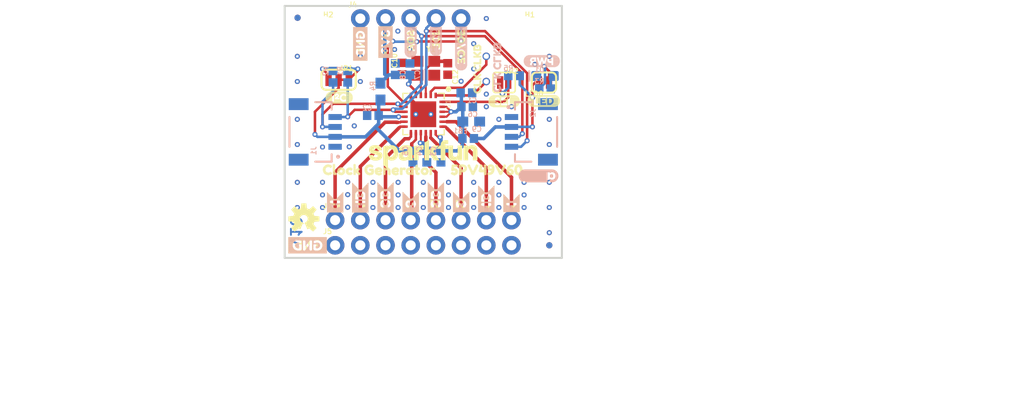
<source format=kicad_pcb>
(kicad_pcb (version 20211014) (generator pcbnew)
  (layers (0 "F.Cu" signal) (31 "B.Cu" signal) (34 "B.Paste" user) (35 "F.Paste" user) (36 "B.SilkS" user "B.Silkscreen") (37 "F.SilkS" user "F.Silkscreen") (38 "B.Mask" user) (39 "F.Mask" user) (44 "Edge.Cuts" user))
  (net 0 "")
  (net 1 "GND")
  (net 2 "3.3V")
  (net 3 "SEL1/SDA")
  (net 4 "SEL0/SCL")
  (net 5 "OUT1")
  (net 6 "OUT1B")
  (net 7 "OUT2")
  (net 8 "OUT2B")
  (net 9 "OUT3")
  (net 10 "OUT3B")
  (net 11 "OUT4")
  (net 12 "OUT4B")
  (net 13 "SD/OE")
  (net 14 "CLKIN")
  (net 15 "CLKINB")
  (net 16 "N$1")
  (net 17 "N$3")
  (net 18 "N$6")
  (net 19 "N$2")
  (net 20 "N$4")
  (net 21 "N$5")
  (net 22 "SEL_I2CB")
  (net 23 "N$7")
  (footprint "boardEagle:SMT-JUMPER_2_NC_TRACE_SILK" (layer "F.Cu") (at 160.6677 100.0252 180)
    (fp_text reference "LED0")
    (fp_text value "JUMPER-SMT_2_NC_TRACE_SILK")
  )
  (footprint "boardEagle:3V3-03" (layer "F.Cu") (at 144.6911 97.9932 90)
    (fp_text reference "U$2" hide)
    (fp_text value "" hide)
  )
  (footprint "boardEagle:GND-04" (layer "F.Cu") (at 134.4041 116.4336)
    (fp_text reference "U$21" hide)
    (fp_text value "" hide)
  )
  (footprint "boardEagle:I_SUPER2_C-()-03" (layer "F.Cu") (at 138.5951 101.5492)
    (fp_text reference "U$35" hide)
    (fp_text value "" hide)
  )
  (footprint "boardEagle:2B3" (layer "F.Cu") (at 149.7711 113.6142 90)
    (fp_text reference "U$23" hide)
    (fp_text value "" hide)
  )
  (footprint "boardEagle:SMT-JUMPER_3_2-NC_TRACE_SILK" (layer "F.Cu") (at 139.9667 99.7458)
    (fp_text reference "JP1")
    (fp_text value "JUMPER-SMT_3_2-NC_TRACE_SILK")
  )
  (footprint "boardEagle:1X05_NO_SILK" (layer "F.Cu") (at 142.1511 93.5736)
    (fp_text reference "J4")
    (fp_text value "")
  )
  (footprint "boardEagle:CLOCK_GENERATOR0" (layer "F.Cu") (at 137.4521 108.8136)
    (fp_text reference "U$16" hide)
    (fp_text value "" hide)
  )
  (footprint "boardEagle:1X01_SMALL" (layer "F.Cu") (at 154.8511 97.3836)
    (fp_text reference "J7" hide)
    (fp_text value "" hide)
  )
  (footprint "boardEagle:46" (layer "F.Cu") (at 139.6111 113.6396 90)
    (fp_text reference "U$38" hide)
    (fp_text value "" hide)
  )
  (footprint "boardEagle:CRYSTAL-SMD-2X2.5MM" (layer "F.Cu") (at 148.7551 98.5774)
    (fp_text reference "Y1")
    (fp_text value "16MHz" hide)
  )
  (footprint "boardEagle:SMT-JUMPER_2_NO_SILK" (layer "F.Cu") (at 156.6545 100.0252)
    (fp_text reference "JP2")
    (fp_text value "JUMPER-SMT_2_NO_SILK")
  )
  (footprint "boardEagle:1X08_NO_SILK" (layer "F.Cu") (at 139.6111 113.8936)
    (fp_text reference "J3")
    (fp_text value "")
  )
  (footprint "boardEagle:22" (layer "F.Cu") (at 152.3111 113.6142 90)
    (fp_text reference "U$27" hide)
    (fp_text value "" hide)
  )
  (footprint "boardEagle:LED0" (layer "F.Cu") (at 158.9151 101.8794)
    (fp_text reference "U$36" hide)
    (fp_text value "" hide)
  )
  (footprint "boardEagle:10" (layer "F.Cu") (at 157.3911 113.5634 90)
    (fp_text reference "U$26" hide)
    (fp_text value "" hide)
  )
  (footprint "boardEagle:CLKB13" (layer "F.Cu") (at 153.9367 99.6188 90)
    (fp_text reference "U$34" hide)
    (fp_text value "" hide)
  )
  (footprint "boardEagle:4B7" (layer "F.Cu") (at 142.1511 113.6142 90)
    (fp_text reference "U$25" hide)
    (fp_text value "" hide)
  )
  (footprint "boardEagle:SFE_LOGO_NAME_.1" (layer "F.Cu") (at 148.5011 107.2642)
    (fp_text reference "LOGO1" hide)
    (fp_text value "SFE_LOGO_NAME.1_INCH" hide)
  )
  (footprint "boardEagle:FIDUCIAL-MICRO" (layer "F.Cu") (at 135.8265 93.4974)
    (fp_text reference "FD1" hide)
    (fp_text value "FIDUCIALUFIDUCIAL" hide)
  )
  (footprint "boardEagle:SEL0" (layer "F.Cu") (at 154.9781 101.9048)
    (fp_text reference "U$1" hide)
    (fp_text value "" hide)
  )
  (footprint "boardEagle:STAND-OFF-TIGHT" (layer "F.Cu") (at 158.6611 94.8436)
    (fp_text reference "H1")
    (fp_text value "STAND-OFFTIGHT")
  )
  (footprint "boardEagle:SDA11" (layer "F.Cu") (at 147.2311 97.4852 90)
    (fp_text reference "U$5" hide)
    (fp_text value "" hide)
  )
  (footprint "boardEagle:SD#OE12" (layer "F.Cu") (at 152.3111 98.806 90)
    (fp_text reference "U$7" hide)
    (fp_text value "" hide)
  )
  (footprint "boardEagle:FIDUCIAL-MICRO" (layer "F.Cu") (at 161.2011 116.4336)
    (fp_text reference "FD4" hide)
    (fp_text value "FIDUCIALUFIDUCIAL" hide)
  )
  (footprint "boardEagle:GND-03" (layer "F.Cu") (at 142.1511 98.2472 90)
    (fp_text reference "U$3" hide)
    (fp_text value "" hide)
  )
  (footprint "boardEagle:VFQFPN-24" (layer "F.Cu") (at 148.5011 103.2256 -90)
    (fp_text reference "U1")
    (fp_text value "IDT_5P49V60_CLOCK_GENERATOR")
  )
  (footprint "boardEagle:CREATIVE_COMMONS" (layer "F.Cu") (at 126.1491 132.4356)
    (fp_text reference "FRAME1" hide)
    (fp_text value "FRAME-LETTER" hide)
  )
  (footprint "boardEagle:5PV49V601" (layer "F.Cu") (at 150.3553 108.8136)
    (fp_text reference "U$17" hide)
    (fp_text value "" hide)
  )
  (footprint "boardEagle:STAND-OFF-TIGHT" (layer "F.Cu") (at 138.3411 94.8436)
    (fp_text reference "H2")
    (fp_text value "STAND-OFFTIGHT")
  )
  (footprint "boardEagle:1X01_SMALL" (layer "F.Cu") (at 154.8511 99.9236)
    (fp_text reference "J8" hide)
    (fp_text value "" hide)
  )
  (footprint "boardEagle:SCL10" (layer "F.Cu") (at 149.7711 97.282 90)
    (fp_text reference "U$6" hide)
    (fp_text value "" hide)
  )
  (footprint "boardEagle:0402" (layer "F.Cu") (at 146.3675 98.624 90)
    (fp_text reference "C10")
    (fp_text value "12pF")
  )
  (footprint "boardEagle:1B1" (layer "F.Cu") (at 154.8511 113.6142 90)
    (fp_text reference "U$22" hide)
    (fp_text value "" hide)
  )
  (footprint "boardEagle:OSHW-LOGO-S" (layer "F.Cu") (at 136.4615 113.7666)
    (fp_text reference "LOGO2" hide)
    (fp_text value "OSHW-LOGOS" hide)
  )
  (footprint "boardEagle:1X08_NO_SILK" (layer "F.Cu") (at 139.6111 116.4336)
    (fp_text reference "J5")
    (fp_text value "")
  )
  (footprint "boardEagle:3B5" (layer "F.Cu") (at 144.6911 113.6142 90)
    (fp_text reference "U$24" hide)
    (fp_text value "" hide)
  )
  (footprint "boardEagle:34" (layer "F.Cu") (at 147.2311 113.6142 90)
    (fp_text reference "U$37" hide)
    (fp_text value "" hide)
  )
  (footprint "boardEagle:CLK12" (layer "F.Cu") (at 153.9367 101.8286 90)
    (fp_text reference "U$33" hide)
    (fp_text value "" hide)
  )
  (footprint "boardEagle:0402" (layer "F.Cu") (at 150.9649 98.6578 -90)
    (fp_text reference "C12")
    (fp_text value "12pF")
  )
  (footprint "boardEagle:0402" (layer "B.Cu") (at 148.8567 107.4928 -90)
    (fp_text reference "C4")
    (fp_text value "0.1uF")
  )
  (footprint "boardEagle:3B5" (layer "B.Cu") (at 144.6911 113.6142 90)
    (fp_text reference "U$10" hide)
    (fp_text value "" hide)
  )
  (footprint "boardEagle:3V3-03" (layer "B.Cu") (at 144.6911 93.9038 -90)
    (fp_text reference "U$18" hide)
    (fp_text value "" hide)
  )
  (footprint "boardEagle:0402" (layer "B.Cu") (at 139.4079 99.441 -90)
    (fp_text reference "R2")
    (fp_text value "10k")
  )
  (footprint "boardEagle:0402" (layer "B.Cu") (at 147.1549 98.679 90)
    (fp_text reference "C7")
    (fp_text value "0.1uF")
  )
  (footprint "boardEagle:FIDUCIAL-MICRO" (layer "B.Cu") (at 161.2011 116.4336 180)
    (fp_text reference "FD3" hide)
    (fp_text value "FIDUCIALUFIDUCIAL" hide)
  )
  (footprint "boardEagle:0402" (layer "B.Cu") (at 152.8445 101.0666)
    (fp_text reference "C1")
    (fp_text value "0.1uF")
  )
  (footprint "boardEagle:0402" (layer "B.Cu") (at 143.4211 103.3526 180)
    (fp_text reference "C2")
    (fp_text value "0.1uF")
  )
  (footprint "boardEagle:0402" (layer "B.Cu") (at 153.0223 105.664 180)
    (fp_text reference "FB1")
    (fp_text value "FERRITE_BEAD-120_OHM-0402" hide)
  )
  (footprint "boardEagle:JST04_1MM_RA" (layer "B.Cu") (at 157.3911 105.0036 -90)
    (fp_text reference "J2")
    (fp_text value "QWIIC_RIGHT_ANGLE")
  )
  (footprint "boardEagle:34" (layer "B.Cu") (at 147.2311 113.6142 90)
    (fp_text reference "U$11" hide)
    (fp_text value "" hide)
  )
  (footprint "boardEagle:0402" (layer "B.Cu") (at 160.7693 100.6602 180)
    (fp_text reference "R3")
    (fp_text value "1KOHM-0402-1/16W-1%")
  )
  (footprint "boardEagle:SDA0" (layer "B.Cu") (at 147.2311 94.0562 -90)
    (fp_text reference "U$30" hide)
    (fp_text value "" hide)
  )
  (footprint "boardEagle:FIDUCIAL-MICRO" (layer "B.Cu") (at 135.8265 93.4974 180)
    (fp_text reference "FD2" hide)
    (fp_text value "FIDUCIALUFIDUCIAL" hide)
  )
  (footprint "boardEagle:GND-04" (layer "B.Cu") (at 139.2555 116.4336 180)
    (fp_text reference "U$20" hide)
    (fp_text value "" hide)
  )
  (footprint "boardEagle:0402" (layer "B.Cu") (at 152.9207 102.4636)
    (fp_text reference "C6")
    (fp_text value "0.1uF")
  )
  (footprint "boardEagle:PWR-()-03" (layer "B.Cu") (at 162.3187 97.8662 180)
    (fp_text reference "U$4" hide)
    (fp_text value "" hide)
  )
  (footprint "boardEagle:0603" (layer "B.Cu") (at 144.1831 100.9396 -90)
    (fp_text reference "R4")
    (fp_text value "2.2")
  )
  (footprint "boardEagle:0402" (layer "B.Cu") (at 140.8811 99.441 -90)
    (fp_text reference "R1")
    (fp_text value "10k")
  )
  (footprint "boardEagle:4B7" (layer "B.Cu") (at 142.1511 113.6142 90)
    (fp_text reference "U$9" hide)
    (fp_text value "" hide)
  )
  (footprint "boardEagle:2B3" (layer "B.Cu") (at 149.7711 113.6142 90)
    (fp_text reference "U$12" hide)
    (fp_text value "" hide)
  )
  (footprint "boardEagle:JST04_1MM_RA" (layer "B.Cu") (at 139.6111 105.0036 90)
    (fp_text reference "J1")
    (fp_text value "QWIIC_RIGHT_ANGLE")
  )
  (footprint "boardEagle:SD#OE2" (layer "B.Cu") (at 152.3111 94.0308 -90)
    (fp_text reference "U$29" hide)
    (fp_text value "" hide)
  )
  (footprint "boardEagle:0402" (layer "B.Cu") (at 145.6817 98.679 90)
    (fp_text reference "C8")
    (fp_text value "1.0uF")
  )
  (footprint "boardEagle:10" (layer "B.Cu") (at 157.3911 113.5634 90)
    (fp_text reference "U$15" hide)
    (fp_text value "" hide)
  )
  (footprint "boardEagle:QWIIC_4MM" (layer "B.Cu") (at 160.1089 109.4486 180)
    (fp_text reference "LOGO3" hide)
    (fp_text value "QWIIC_LOGO_4MM" hide)
  )
  (footprint "boardEagle:22" (layer "B.Cu") (at 152.3111 113.6142 90)
    (fp_text reference "U$13" hide)
    (fp_text value "" hide)
  )
  (footprint "boardEagle:0603" (layer "B.Cu") (at 153.3271 103.9622)
    (fp_text reference "C9")
    (fp_text value "10uF")
  )
  (footprint "boardEagle:0402" (layer "B.Cu") (at 150.2791 107.4928 -90)
    (fp_text reference "C3")
    (fp_text value "0.1uF")
  )
  (footprint "boardEagle:0402" (layer "B.Cu") (at 147.4597 107.4928 -90)
    (fp_text reference "C5")
    (fp_text value "0.1uF")
  )
  (footprint "boardEagle:CLKB13" (layer "B.Cu") (at 155.9687 99.4156 90)
    (fp_text reference "U$32" hide)
    (fp_text value "" hide)
  )
  (footprint "boardEagle:CLK12" (layer "B.Cu") (at 155.9433 101.7016 90)
    (fp_text reference "U$31" hide)
    (fp_text value "" hide)
  )
  (footprint "boardEagle:0402" (layer "B.Cu") (at 157.6451 99.3394 180)
    (fp_text reference "R5")
    (fp_text value "10k")
  )
  (footprint "boardEagle:LED-0603" (layer "B.Cu") (at 160.7693 99.3648 180)
    (fp_text reference "D1")
    (fp_text value "RED")
  )
  (footprint "boardEagle:GND-03" (layer "B.Cu") (at 142.1511 94.0054 -90)
    (fp_text reference "U$19" hide)
    (fp_text value "" hide)
  )
  (footprint "boardEagle:1B1" (layer "B.Cu") (at 154.8511 113.6142 90)
    (fp_text reference "U$14" hide)
    (fp_text value "" hide)
  )
  (footprint "boardEagle:SCL1" (layer "B.Cu") (at 149.7711 94.0562 -90)
    (fp_text reference "U$28" hide)
    (fp_text value "" hide)
  )
  (footprint "boardEagle:46" (layer "B.Cu") (at 139.6111 113.6396 90)
    (fp_text reference "U$8" hide)
    (fp_text value "" hide)
  )
  (gr_line (start 134.5311 92.3036) (end 134.5311 117.7036) (layer "Edge.Cuts") (width 0.2032))
  (gr_line (start 134.5311 117.7036) (end 162.4711 117.7036) (layer "Edge.Cuts") (width 0.2032))
  (gr_line (start 162.4711 117.7036) (end 162.4711 92.3036) (layer "Edge.Cuts") (width 0.2032))
  (gr_line (start 162.4711 92.3036) (end 134.5311 92.3036) (layer "Edge.Cuts") (width 0.2032))
  (gr_text "v10" (at 135.0137 116.5352 -90) (layer "B.Cu") (effects (font (size 1.0795 1.0795) (thickness 0.1905)) (justify left bottom mirror)))
  (segment (start 147.2511 101.6708) (end 147.2511 101.3256) (width 0.254) (layer "F.Cu") (net 1))
  (segment (start 148.5011 102.9208) (end 147.2511 101.6708) (width 0.254) (layer "F.Cu") (net 1))
  (segment (start 148.5011 103.2256) (end 148.5011 102.9208) (width 0.254) (layer "F.Cu") (net 1))
  (via (at 135.8011 112.6236) (size 0.508) (drill 0.254) (layers "F.Cu" "B.Cu") (net 1))
  (via (at 149.2631 103.2256) (size 0.508) (drill 0.254) (layers "F.Cu" "B.Cu") (net 1))
  (via (at 161.2011 103.7336) (size 0.508) (drill 0.254) (layers "F.Cu" "B.Cu") (net 1))
  (via (at 153.5811 110.0836) (size 0.508) (drill 0.254) (layers "F.Cu" "B.Cu") (net 1))
  (via (at 159.7533 98.1964) (size 0.508) (drill 0.254) (layers "F.Cu" "B.Cu") (net 1))
  (via (at 135.8011 106.2736) (size 0.508) (drill 0.254) (layers "F.Cu" "B.Cu") (net 1))
  (via (at 145.9611 112.6236) (size 0.508) (drill 0.254) (layers "F.Cu" "B.Cu") (net 1))
  (via (at 161.2011 112.6236) (size 0.508) (drill 0.254) (layers "F.Cu" "B.Cu") (net 1))
  (via (at 148.5011 110.0836) (size 0.508) (drill 0.254) (layers "F.Cu" "B.Cu") (net 1))
  (via (at 140.8811 110.0582) (size 0.508) (drill 0.254) (layers "F.Cu" "B.Cu") (net 1))
  (via (at 135.8011 110.0836) (size 0.508) (drill 0.254) (layers "F.Cu" "B.Cu") (net 1))
  (via (at 161.2011 106.2736) (size 0.508) (drill 0.254) (layers "F.Cu" "B.Cu") (net 1))
  (via (at 138.3411 111.3536) (size 0.508) (drill 0.254) (layers "F.Cu" "B.Cu") (net 1))
  (via (at 138.3411 106.5276) (size 0.508) (drill 0.254) (layers "F.Cu" "B.Cu") (net 1))
  (via (at 158.6611 111.3536) (size 0.508) (drill 0.254) (layers "F.Cu" "B.Cu") (net 1))
  (via (at 135.8011 99.9236) (size 0.508) (drill 0.254) (layers "F.Cu" "B.Cu") (net 1))
  (via (at 143.4211 112.6236) (size 0.508) (drill 0.254) (layers "F.Cu" "B.Cu") (net 1))
  (via (at 142.1511 97.3836) (size 0.508) (drill 0.254) (layers "F.Cu" "B.Cu") (net 1))
  (via (at 143.4211 110.0836) (size 0.508) (drill 0.254) (layers "F.Cu" "B.Cu") (net 1))
  (via (at 151.0411 110.0836) (size 0.508) (drill 0.254) (layers "F.Cu" "B.Cu") (net 1))
  (via (at 138.3411 112.6236) (size 0.508) (drill 0.254) (layers "F.Cu" "B.Cu") (net 1))
  (via (at 157.3911 102.4636) (size 0.508) (drill 0.254) (layers "F.Cu" "B.Cu") (net 1))
  (via (at 152.3111 99.8982) (size 0.508) (drill 0.254) (layers "F.Cu" "B.Cu") (net 1))
  (via (at 152.3111 97.3836) (size 0.508) (drill 0.254) (layers "F.Cu" "B.Cu") (net 1))
  (via (at 147.1295 96.6978) (size 0.508) (drill 0.254) (layers "F.Cu" "B.Cu") (net 1))
  (via (at 147.7391 103.2256) (size 0.508) (drill 0.254) (layers "F.Cu" "B.Cu") (net 1))
  (via (at 158.6611 110.0836) (size 0.508) (drill 0.254) (layers "F.Cu" "B.Cu") (net 1))
  (via (at 154.8511 101.1936) (size 0.508) (drill 0.254) (layers "F.Cu" "B.Cu") (net 1))
  (via (at 151.0411 112.6236) (size 0.508) (drill 0.254) (layers "F.Cu" "B.Cu") (net 1))
  (via (at 154.8511 93.5736) (size 0.508) (drill 0.254) (layers "F.Cu" "B.Cu") (net 1))
  (via (at 151.0411 111.3536) (size 0.508) (drill 0.254) (layers "F.Cu" "B.Cu") (net 1))
  (via (at 156.1211 103.7336) (size 0.508) (drill 0.254) (layers "F.Cu" "B.Cu") (net 1))
  (via (at 148.5011 111.3536) (size 0.508) (drill 0.254) (layers "F.Cu" "B.Cu") (net 1))
  (via (at 145.9357 94.8436) (size 0.508) (drill 0.254) (layers "F.Cu" "B.Cu") (net 1))
  (via (at 156.1211 111.3536) (size 0.508) (drill 0.254) (layers "F.Cu" "B.Cu") (net 1))
  (via (at 138.3411 110.0836) (size 0.508) (drill 0.254) (layers "F.Cu" "B.Cu") (net 1))
  (via (at 161.2011 97.3836) (size 0.508) (drill 0.254) (layers "F.Cu" "B.Cu") (net 1))
  (via (at 145.6055 96.6978) (size 0.508) (drill 0.254) (layers "F.Cu" "B.Cu") (net 1))
  (via (at 145.9611 111.3536) (size 0.508) (drill 0.254) (layers "F.Cu" "B.Cu") (net 1))
  (via (at 153.5811 98.6536) (size 0.508) (drill 0.254) (layers "F.Cu" "B.Cu") (net 1))
  (via (at 141.0335 106.5022) (size 0.508) (drill 0.254) (layers "F.Cu" "B.Cu") (net 1))
  (via (at 153.5811 111.3536) (size 0.508) (drill 0.254) (layers "F.Cu" "B.Cu") (net 1))
  (via (at 154.8511 102.4636) (size 0.508) (drill 0.254) (layers "F.Cu" "B.Cu") (net 1))
  (via (at 156.1211 110.0836) (size 0.508) (drill 0.254) (layers "F.Cu" "B.Cu") (net 1))
  (via (at 158.6611 112.6236) (size 0.508) (drill 0.254) (layers "F.Cu" "B.Cu") (net 1))
  (via (at 142.1511 99.9236) (size 0.508) (drill 0.254) (layers "F.Cu" "B.Cu") (net 1))
  (via (at 161.2011 115.1636) (size 0.508) (drill 0.254) (layers "F.Cu" "B.Cu") (net 1))
  (via (at 135.8011 97.3836) (size 0.508) (drill 0.254) (layers "F.Cu" "B.Cu") (net 1))
  (via (at 140.8811 112.5982) (size 0.508) (drill 0.254) (layers "F.Cu" "B.Cu") (net 1))
  (via (at 156.1211 112.6236) (size 0.508) (drill 0.254) (layers "F.Cu" "B.Cu") (net 1))
  (via (at 135.8011 103.7336) (size 0.508) (drill 0.254) (layers "F.Cu" "B.Cu") (net 1))
  (via (at 143.4211 111.3536) (size 0.508) (drill 0.254) (layers "F.Cu" "B.Cu") (net 1))
  (via (at 153.5811 96.1136) (size 0.508) (drill 0.254) (layers "F.Cu" "B.Cu") (net 1))
  (via (at 140.8811 111.3282) (size 0.508) (drill 0.254) (layers "F.Cu" "B.Cu") (net 1))
  (via (at 145.9611 110.0836) (size 0.508) (drill 0.254) (layers "F.Cu" "B.Cu") (net 1))
  (via (at 153.5811 112.6236) (size 0.508) (drill 0.254) (layers "F.Cu" "B.Cu") (net 1))
  (via (at 148.5011 112.6236) (size 0.508) (drill 0.254) (layers "F.Cu" "B.Cu") (net 1))
  (via (at 141.5415 104.394) (size 0.508) (drill 0.254) (layers "F.Cu" "B.Cu") (net 1))
  (via (at 161.2011 110.0836) (size 0.508) (drill 0.254) (layers "F.Cu" "B.Cu") (net 1))
  (segment (start 151.2951 102.9716) (end 151.2951 102.9462) (width 0.2032) (layer "F.Cu") (net 2))
  (segment (start 151.2951 103.0224) (end 151.2951 102.9716) (width 0.2032) (layer "F.Cu") (net 2))
  (segment (start 149.7511 105.0756) (end 149.7511 105.2884) (width 0.2032) (layer "F.Cu") (net 2))
  (segment (start 146.6511 103.4756) (end 146.6471 103.4796) (width 0.2032) (layer "F.Cu") (net 2))
  (segment (start 137.5791 102.9716) (end 137.5791 105.2576) (width 0.254) (layer "F.Cu") (net 2))
  (segment (start 148.2511 106.0664) (end 148.1963 106.1212) (width 0.2032) (layer "F.Cu") (net 2))
  (segment (start 151.2951 102.9462) (end 150.8245 102.4756) (width 0.2032) (layer "F.Cu") (net 2))
  (segment (start 149.9997 105.537) (end 149.7511 105.2884) (width 0.2032) (layer "F.Cu") (net 2))
  (segment (start 159.4993 104.4956) (end 159.4993 101.5238) (width 0.254) (layer "F.Cu") (net 2))
  (segment (start 150.4051 102.9716) (end 151.2951 102.9716) (width 0.2032) (layer "F.Cu") (net 2))
  (segment (start 150.4011 103.4756) (end 150.8419 103.4756) (width 0.2032) (layer "F.Cu") (net 2))
  (segment (start 149.9997 105.537) (end 150.2029 105.537) (width 0.2032) (layer "F.Cu") (net 2))
  (segment (start 150.4011 102.4756) (end 150.8245 102.4756) (width 0.2032) (layer "F.Cu") (net 2))
  (segment (start 147.7511 101.3256) (end 147.7511 100.9262) (width 0.254) (layer "F.Cu") (net 2))
  (segment (start 148.2511 105.0756) (end 148.2511 106.0664) (width 0.2032) (layer "F.Cu") (net 2))
  (segment (start 147.7511 100.9262) (end 147.0025 100.1776) (width 0.254) (layer "F.Cu") (net 2))
  (segment (start 150.4011 102.9756) (end 150.4051 102.9716) (width 0.2032) (layer "F.Cu") (net 2))
  (segment (start 139.9667 100.584) (end 137.5791 102.9716) (width 0.254) (layer "F.Cu") (net 2))
  (segment (start 146.6471 103.4796) (end 146.0119 103.4796) (width 0.2032) (layer "F.Cu") (net 2))
  (segment (start 139.9667 99.7458) (end 139.9667 100.584) (width 0.254) (layer "F.Cu") (net 2))
  (segment (start 159.4993 101.5238) (end 159.4993 100.3046) (width 0.254) (layer "F.Cu") (net 2))
  (segment (start 159.7787 100.0252) (end 160.1597 100.0252) (width 0.254) (layer "F.Cu") (net 2))
  (segment (start 150.8419 103.4756) (end 151.2951 103.0224) (width 0.2032) (layer "F.Cu") (net 2))
  (segment (start 159.7787 100.0252) (end 159.4993 100.3046) (width 0.254) (layer "F.Cu") (net 2))
  (via (at 159.4993 104.4956) (size 0.508) (drill 0.254) (layers "F.Cu" "B.Cu") (net 2))
  (via (at 146.0119 103.4796) (size 0.508) (drill 0.254) (layers "F.Cu" "B.Cu") (net 2))
  (via (at 151.2951 102.9716) (size 0.508) (drill 0.254) (layers "F.Cu" "B.Cu") (net 2))
  (via (at 137.5791 105.2576) (size 0.508) (drill 0.254) (layers "F.Cu" "B.Cu") (net 2))
  (via (at 150.2029 105.537) (size 0.508) (drill 0.254) (layers "F.Cu" "B.Cu") (net 2))
  (via (at 147.0025 100.1776) (size 0.508) (drill 0.254) (layers "F.Cu" "B.Cu") (net 2))
  (via (at 159.4993 101.5238) (size 0.5588) (drill 0.3048) (layers "F.Cu" "B.Cu") (net 2))
  (via (at 148.1963 106.1212) (size 0.508) (drill 0.254) (layers "F.Cu" "B.Cu") (net 2))
  (segment (start 144.1831 100.0896) (end 144.8503 99.4224) (width 0.3556) (layer "B.Cu") (net 2))
  (segment (start 152.4423 105.664) (end 152.4423 106.4176) (width 0.3556) (layer "B.Cu") (net 2))
  (segment (start 139.6111 105.5036) (end 142.6671 105.5036) (width 0.3556) (layer "B.Cu") (net 2))
  (segment (start 147.4597 106.9128) (end 148.8567 106.9128) (width 0.3556) (layer "B.Cu") (net 2))
  (segment (start 144.0011 102.014) (end 144.2043 101.8108) (width 0.3556) (layer "B.Cu") (net 2))
  (segment (start 144.6149 99.187) (end 144.6149 93.6498) (width 0.3556) (layer "B.Cu") (net 2))
  (segment (start 144.0011 104.1696) (end 144.0011 103.3526) (width 0.3556) (layer "B.Cu") (net 2))
  (segment (start 146.0923 106.9128) (end 143.6751 104.4956) (width 0.3556) (layer "B.Cu") (net 2))
  (segment (start 147.1549 99.259) (end 145.6817 99.259) (width 0.3556) (layer "B.Cu") (net 2))
  (segment (start 157.3911 104.5036) (end 157.3991 104.4956) (width 0.254) (layer "B.Cu") (net 2))
  (segment (start 148.1963 106.1212) (end 148.4969 106.1212) (width 0.3556) (layer "B.Cu") (net 2))
  (segment (start 157.3991 104.4956) (end 159.4993 104.4956) (width 0.254) (layer "B.Cu") (net 2))
  (segment (start 152.4771 103.9622) (end 152.4127 104.0266) (width 0.3556) (layer "B.Cu") (net 2))
  (segment (start 144.0011 103.3526) (end 144.1281 103.4796) (width 0.3556) (layer "B.Cu") (net 2))
  (segment (start 157.3911 104.5036) (end 155.7575 104.5036) (width 0.3556) (layer "B.Cu") (net 2))
  (segment (start 147.1549 99.259) (end 147.1549 100.0252) (width 0.3556) (layer "B.Cu") (net 2))
  (segment (start 152.4771 103.9622) (end 152.4771 105.6292) (width 0.3556) (layer "B.Cu") (net 2))
  (segment (start 148.8567 106.9128) (end 150.2791 106.9128) (width 0.3556) (layer "B.Cu") (net 2))
  (segment (start 142.6671 105.5036) (end 143.6751 104.4956) (width 0.3556) (layer "B.Cu") (net 2))
  (segment (start 150.2029 105.537) (end 150.2791 105.6132) (width 0.3556) (layer "B.Cu") (net 2))
  (segment (start 152.4771 102.6) (end 152.4771 103.9622) (width 0.3556) (layer "B.Cu") (net 2))
  (segment (start 158.2251 99.3394) (end 158.2251 100.2496) (width 0.254) (layer "B.Cu") (net 2))
  (segment (start 144.6149 93.6498) (end 144.6911 93.5736) (width 0.3556) (layer "B.Cu") (net 2))
  (segment (start 144.2043 101.8108) (end 144.1831 101.7896) (width 0.3556) (layer "B.Cu") (net 2))
  (segment (start 155.7575 104.5036) (end 154.5971 105.664) (width 0.3556) (layer "B.Cu") (net 2))
  (segment (start 148.8567 106.481) (end 148.4969 106.1212) (width 0.3556) (layer "B.Cu") (net 2))
  (segment (start 144.1831 100.0896) (end 144.2043 100.1108) (width 0.3556) (layer "B.Cu") (net 2))
  (segment (start 146.0923 106.9128) (end 147.4597 106.9128) (width 0.3556) (layer "B.Cu") (net 2))
  (segment (start 152.455 101.2571) (end 152.2645 101.0666) (width 0.3556) (layer "B.Cu") (net 2))
  (segment (start 145.0137 99.259) (end 144.8503 99.4224) (width 0.3556) (layer "B.Cu") (net 2))
  (segment (start 152.3407 101.3714) (end 152.455 101.2571) (width 0.3556) (layer "B.Cu") (net 2))
  (segment (start 147.0025 100.1776) (end 147.1549 100.0252) (width 0.3556) (layer "B.Cu") (net 2))
  (segment (start 144.1281 103.4796) (end 146.0119 103.4796) (width 0.3556) (layer "B.Cu") (net 2))
  (segment (start 152.4771 105.6292) (end 152.4423 105.664) (width 0.3556) (layer "B.Cu") (net 2))
  (segment (start 151.9471 106.9128) (end 150.2791 106.9128) (width 0.3556) (layer "B.Cu") (net 2))
  (segment (start 152.3407 102.4636) (end 152.3111 102.4636) (width 0.3556) (layer "B.Cu") (net 2))
  (segment (start 145.6817 99.259) (end 145.0137 99.259) (width 0.3556) (layer "B.Cu") (net 2))
  (segment (start 151.2951 102.9716) (end 151.8031 102.9716) (width 0.3556) (layer "B.Cu") (net 2))
  (segment (start 152.3407 102.4636) (end 152.3407 101.3714) (width 0.3556) (layer "B.Cu") (net 2))
  (segment (start 137.8251 105.5036) (end 139.6111 105.5036) (width 0.254) (layer "B.Cu") (net 2))
  (segment (start 152.4423 106.4176) (end 151.9471 106.9128) (width 0.3556) (layer "B.Cu") (net 2))
  (segment (start 154.5971 105.664) (end 153.6023 105.664) (width 0.3556) (layer "B.Cu") (net 2))
  (segment (start 143.6751 104.4956) (end 144.0011 104.1696) (width 0.3556) (layer "B.Cu") (net 2))
  (segment (start 144.0011 103.3526) (end 144.0011 102.014) (width 0.3556) (layer "B.Cu") (net 2))
  (segment (start 158.2251 100.2496) (end 159.4993 101.5238) (width 0.254) (layer "B.Cu") (net 2))
  (segment (start 150.2791 105.6132) (end 150.2791 106.9128) (width 0.3556) (layer "B.Cu") (net 2))
  (segment (start 137.5791 105.2576) (end 137.8251 105.5036) (width 0.254) (layer "B.Cu") (net 2))
  (segment (start 148.8567 106.9128) (end 148.8567 106.481) (width 0.3556) (layer "B.Cu") (net 2))
  (segment (start 152.3407 102.4636) (end 152.4771 102.6) (width 0.3556) (layer "B.Cu") (net 2))
  (segment (start 152.3111 102.4636) (end 151.8031 102.9716) (width 0.3556) (layer "B.Cu") (net 2))
  (segment (start 144.8503 99.4224) (end 144.6149 99.187) (width 0.3556) (layer "B.Cu") (net 2))
  (segment (start 154.722606 95.3516) (end 148.3233 95.3516) (width 0.254) (layer "F.Cu") (net 3))
  (segment (start 146.2271 102.4756) (end 145.9357 102.1842) (width 0.254) (layer "F.Cu") (net 3))
  (segment (start 145.92135 102.16985) (end 139.39685 102.16985) (width 0.254) (layer "F.Cu") (net 3))
  (segment (start 158.4833 99.112294) (end 154.722606 95.3516) (width 0.254) (layer "F.Cu") (net 3))
  (segment (start 146.6511 102.4756) (end 146.2271 102.4756) (width 0.254) (layer "F.Cu") (net 3))
  (segment (start 139.39685 102.16985) (end 138.3411 103.2256) (width 0.254) (layer "F.Cu") (net 3))
  (segment (start 145.9357 102.1842) (end 145.92135 102.16985) (width 0.254) (layer "F.Cu") (net 3))
  (segment (start 158.4833 105.1814) (end 158.4833 99.112294) (width 0.254) (layer "F.Cu") (net 3))
  (segment (start 138.3411 103.2256) (end 138.3411 104.4956) (width 0.254) (layer "F.Cu") (net 3))
  (via (at 138.3411 104.4956) (size 0.508) (drill 0.254) (layers "F.Cu" "B.Cu") (net 3))
  (via (at 158.4833 105.1814) (size 0.508) (drill 0.254) (layers "F.Cu" "B.Cu") (net 3))
  (via (at 145.9357 102.1842) (size 0.508) (drill 0.254) (layers "F.Cu" "B.Cu") (net 3))
  (via (at 148.3233 95.3516) (size 0.508) (drill 0.254) (layers "F.Cu" "B.Cu") (net 3))
  (segment (start 138.3411 101.9556) (end 138.3411 104.4956) (width 0.254) (layer "B.Cu") (net 3))
  (segment (start 148.3233 100.1522) (end 146.2913 102.1842) (width 0.254) (layer "B.Cu") (net 3))
  (segment (start 147.2311 93.5736) (end 147.2311 94.2594) (width 0.254) (layer "B.Cu") (net 3))
  (segment (start 138.3411 104.4956) (end 139.6031 104.4956) (width 0.254) (layer "B.Cu") (net 3))
  (segment (start 139.4079 100.021) (end 139.4079 100.8888) (width 0.254) (layer "B.Cu") (net 3))
  (segment (start 147.2311 94.2594) (end 148.3233 95.3516) (width 0.254) (layer "B.Cu") (net 3))
  (segment (start 139.6031 104.4956) (end 139.6111 104.5036) (width 0.254) (layer "B.Cu") (net 3))
  (segment (start 139.4079 100.8888) (end 138.3411 101.9556) (width 0.254) (layer "B.Cu") (net 3))
  (segment (start 148.3233 95.3516) (end 148.3233 100.1522) (width 0.254) (layer "B.Cu") (net 3))
  (segment (start 145.9357 102.1842) (end 146.2913 102.1842) (width 0.254) (layer "B.Cu") (net 3))
  (segment (start 158.1611 105.5036) (end 158.4833 105.1814) (width 0.254) (layer "B.Cu") (net 3))
  (segment (start 157.3911 105.5036) (end 158.1611 105.5036) (width 0.254) (layer "B.Cu") (net 3))
  (segment (start 158.9659 105.8926) (end 158.9659 99.0854) (width 0.254) (layer "F.Cu") (net 4))
  (segment (start 158.9659 99.0854) (end 154.7241 94.8436) (width 0.254) (layer "F.Cu") (net 4))
  (segment (start 141.58125 102.77945) (end 140.8811 103.4796) (width 0.254) (layer "F.Cu") (net 4))
  (segment (start 145.46745 102.77945) (end 141.58125 102.77945) (width 0.254) (layer "F.Cu") (net 4))
  (segment (start 146.6511 102.9756) (end 145.6636 102.9756) (width 0.254) (layer "F.Cu") (net 4))
  (segment (start 154.7241 94.8436) (end 148.8059 94.8436) (width 0.254) (layer "F.Cu") (net 4))
  (segment (start 145.6636 102.9756) (end 145.46745 102.77945) (width 0.254) (layer "F.Cu") (net 4))
  (via (at 145.46745 102.77945) (size 0.508) (drill 0.254) (layers "F.Cu" "B.Cu") (net 4))
  (via (at 148.8059 94.8436) (size 0.508) (drill 0.254) (layers "F.Cu" "B.Cu") (net 4))
  (via (at 158.9659 105.8926) (size 0.508) (drill 0.254) (layers "F.Cu" "B.Cu") (net 4))
  (via (at 140.8811 103.4796) (size 0.508) (drill 0.254) (layers "F.Cu" "B.Cu") (net 4))
  (segment (start 146.3878 102.6668) (end 148.8059 100.2487) (width 0.254) (layer "B.Cu") (net 4))
  (segment (start 148.8059 94.5388) (end 149.7711 93.5736) (width 0.254) (layer "B.Cu") (net 4))
  (segment (start 140.8811 100.021) (end 140.8811 103.4796) (width 0.254) (layer "B.Cu") (net 4))
  (segment (start 145.46745 102.77945) (end 145.5801 102.6668) (width 0.254) (layer "B.Cu") (net 4))
  (segment (start 140.8811 103.4796) (end 140.8571 103.5036) (width 0.254) (layer "B.Cu") (net 4))
  (segment (start 158.3549 106.5036) (end 158.9659 105.8926) (width 0.254) (layer "B.Cu") (net 4))
  (segment (start 140.8571 103.5036) (end 139.6111 103.5036) (width 0.254) (layer "B.Cu") (net 4))
  (segment (start 148.8059 94.8436) (end 148.8059 100.2487) (width 0.254) (layer "B.Cu") (net 4))
  (segment (start 145.5801 102.6668) (end 146.3878 102.6668) (width 0.254) (layer "B.Cu") (net 4))
  (segment (start 157.3911 106.5036) (end 158.3549 106.5036) (width 0.254) (layer "B.Cu") (net 4))
  (segment (start 148.8059 94.5388) (end 148.8059 94.8436) (width 0.254) (layer "B.Cu") (net 4))
  (segment (start 157.3911 109.5756) (end 157.3911 113.8936) (width 0.3556) (layer "F.Cu") (net 5))
  (segment (start 151.7911 103.9756) (end 153.4541 105.6386) (width 0.3556) (layer "F.Cu") (net 5))
  (segment (start 153.4541 105.6386) (end 157.3911 109.5756) (width 0.3556) (layer "F.Cu") (net 5))
  (segment (start 150.4011 103.9756) (end 150.8767 103.9756) (width 0.254) (layer "F.Cu") (net 5))
  (segment (start 150.8767 103.9756) (end 151.7911 103.9756) (width 0.3556) (layer "F.Cu") (net 5))
  (segment (start 150.4011 104.4756) (end 150.7417 104.4756) (width 0.254) (layer "F.Cu") (net 6))
  (segment (start 154.8511 108.6104) (end 150.8887 104.648) (width 0.3556) (layer "F.Cu") (net 6))
  (segment (start 150.7417 104.4756) (end 150.8887 104.6226) (width 0.254) (layer "F.Cu") (net 6))
  (segment (start 154.8511 113.8936) (end 154.8511 108.6104) (width 0.3556) (layer "F.Cu") (net 6))
  (segment (start 150.8887 104.6226) (end 150.8887 104.648) (width 0.254) (layer "F.Cu") (net 6))
  (segment (start 149.2511 105.0756) (end 149.2511 105.6012) (width 0.254) (layer "F.Cu") (net 7))
  (segment (start 152.3111 113.8936) (end 152.3111 108.6612) (width 0.3556) (layer "F.Cu") (net 7))
  (segment (start 152.3111 108.6612) (end 149.2511 105.6012) (width 0.3556) (layer "F.Cu") (net 7))
  (segment (start 149.7711 109.093) (end 148.7551 108.077) (width 0.3556) (layer "F.Cu") (net 8))
  (segment (start 149.7711 109.093) (end 149.7711 113.8936) (width 0.3556) (layer "F.Cu") (net 8))
  (segment (start 148.7551 105.4862) (end 148.7551 108.077) (width 0.3556) (layer "F.Cu") (net 8))
  (segment (start 148.7511 105.0756) (end 148.7551 105.0796) (width 0.254) (layer "F.Cu") (net 8))
  (segment (start 148.7551 105.0796) (end 148.7551 105.4862) (width 0.254) (layer "F.Cu") (net 8))
  (segment (start 147.3327 113.792) (end 147.2311 113.8936) (width 0.3556) (layer "F.Cu") (net 9))
  (segment (start 147.7511 105.779) (end 147.3327 106.1974) (width 0.254) (layer "F.Cu") (net 9))
  (segment (start 147.3327 106.1974) (end 147.3327 113.792) (width 0.3556) (layer "F.Cu") (net 9))
  (segment (start 147.7511 105.0756) (end 147.7511 105.779) (width 0.254) (layer "F.Cu") (net 9))
  (segment (start 147.2511 105.0756) (end 147.2511 105.482) (width 0.254) (layer "F.Cu") (net 10))
  (segment (start 144.6911 107.6452) (end 146.6469 105.6894) (width 0.3556) (layer "F.Cu") (net 10))
  (segment (start 147.0437 105.6894) (end 146.6469 105.6894) (width 0.3556) (layer "F.Cu") (net 10))
  (segment (start 144.6911 107.6452) (end 144.6911 113.8936) (width 0.3556) (layer "F.Cu") (net 10))
  (segment (start 147.2511 105.482) (end 147.0437 105.6894) (width 0.254) (layer "F.Cu") (net 10))
  (segment (start 145.9357 104.0384) (end 145.780431 104.0384) (width 0.3556) (layer "F.Cu") (net 11))
  (segment (start 144.6523 104.0264) (end 145.768431 104.0264) (width 0.3556) (layer "F.Cu") (net 11))
  (segment (start 146.234325 103.9756) (end 146.6511 103.9756) (width 0.254) (layer "F.Cu") (net 11))
  (segment (start 139.6111 113.8936) (end 139.6111 109.0676) (width 0.3556) (layer "F.Cu") (net 11))
  (segment (start 146.171525 104.0384) (end 146.234325 103.9756) (width 0.254) (layer "F.Cu") (net 11))
  (segment (start 145.9357 104.0384) (end 146.171525 104.0384) (width 0.254) (layer "F.Cu") (net 11))
  (segment (start 145.768431 104.0264) (end 145.780431 104.0384) (width 0.3556) (layer "F.Cu") (net 11))
  (segment (start 139.6111 109.0676) (end 144.6523 104.0264) (width 0.3556) (layer "F.Cu") (net 11))
  (segment (start 146.0669 104.5772) (end 146.1685 104.4756) (width 0.254) (layer "F.Cu") (net 12))
  (segment (start 142.1511 113.8936) (end 142.1511 108.493) (width 0.3556) (layer "F.Cu") (net 12))
  (segment (start 146.1685 104.4756) (end 146.6511 104.4756) (width 0.254) (layer "F.Cu") (net 12))
  (segment (start 146.0669 104.5772) (end 142.1511 108.493) (width 0.3556) (layer "F.Cu") (net 12))
  (segment (start 147.8407 95.9104) (end 147.8661 95.885) (width 0.254) (layer "F.Cu") (net 13))
  (segment (start 152.2857 95.885) (end 147.8661 95.885) (width 0.254) (layer "F.Cu") (net 13))
  (segment (start 144.9197 96.3676) (end 145.4277 95.8596) (width 0.254) (layer "F.Cu") (net 13))
  (segment (start 152.2857 95.885) (end 152.3111 95.8596) (width 0.254) (layer "F.Cu") (net 13))
  (segment (start 146.6511 101.9756) (end 146.4733 101.9756) (width 0.254) (layer "F.Cu") (net 13))
  (segment (start 144.9197 100.422) (end 144.9197 96.3676) (width 0.254) (layer "F.Cu") (net 13))
  (segment (start 146.4733 101.9756) (end 144.9197 100.422) (width 0.254) (layer "F.Cu") (net 13))
  (via (at 152.3111 95.8596) (size 0.508) (drill 0.254) (layers "F.Cu" "B.Cu") (net 13))
  (via (at 147.8407 95.9104) (size 0.508) (drill 0.254) (layers "F.Cu" "B.Cu") (net 13))
  (via (at 145.4277 95.8596) (size 0.508) (drill 0.254) (layers "F.Cu" "B.Cu") (net 13))
  (segment (start 145.4277 95.8596) (end 145.4785 95.9104) (width 0.254) (layer "B.Cu") (net 13))
  (segment (start 147.8407 95.9104) (end 145.4785 95.9104) (width 0.254) (layer "B.Cu") (net 13))
  (segment (start 152.3111 95.8596) (end 152.3111 93.5736) (width 0.254) (layer "B.Cu") (net 13))
  (segment (start 149.7511 101.3256) (end 153.4491 101.3256) (width 0.254) (layer "F.Cu") (net 14))
  (segment (start 153.4491 101.3256) (end 154.8511 99.9236) (width 0.254) (layer "F.Cu") (net 14))
  (segment (start 149.6441 100.5586) (end 152.5143 100.5586) (width 0.254) (layer "F.Cu") (net 15))
  (segment (start 149.2511 100.9516) (end 149.6441 100.5586) (width 0.254) (layer "F.Cu") (net 15))
  (segment (start 154.8511 98.2218) (end 152.5143 100.5586) (width 0.254) (layer "F.Cu") (net 15))
  (segment (start 154.8511 97.3836) (end 154.8511 98.2218) (width 0.254) (layer "F.Cu") (net 15))
  (segment (start 149.2511 101.3256) (end 149.2511 100.9516) (width 0.254) (layer "F.Cu") (net 15))
  (segment (start 138.9507 99.2632) (end 138.3411 98.6536) (width 0.254) (layer "F.Cu") (net 16))
  (segment (start 138.9507 99.7458) (end 138.9507 99.2632) (width 0.254) (layer "F.Cu") (net 16))
  (via (at 138.3411 98.6536) (size 0.508) (drill 0.254) (layers "F.Cu" "B.Cu") (net 16))
  (segment (start 138.3411 98.6536) (end 139.2005 98.6536) (width 0.254) (layer "B.Cu") (net 16))
  (segment (start 139.2005 98.6536) (end 139.4079 98.861) (width 0.254) (layer "B.Cu") (net 16))
  (segment (start 141.8971 98.8314) (end 141.8971 98.6536) (width 0.254) (layer "F.Cu") (net 17))
  (segment (start 140.9827 99.7458) (end 141.8971 98.8314) (width 0.254) (layer "F.Cu") (net 17))
  (via (at 141.8971 98.6536) (size 0.508) (drill 0.254) (layers "F.Cu" "B.Cu") (net 17))
  (segment (start 141.8759 98.6324) (end 141.1097 98.6324) (width 0.254) (layer "B.Cu") (net 17))
  (segment (start 141.8971 98.6536) (end 141.8759 98.6324) (width 0.254) (layer "B.Cu") (net 17))
  (segment (start 141.1097 98.6324) (end 140.8811 98.861) (width 0.254) (layer "B.Cu") (net 17))
  (segment (start 147.8177 99.204) (end 147.9011 99.2874) (width 0.3556) (layer "F.Cu") (net 18))
  (segment (start 146.3675 99.204) (end 147.8177 99.204) (width 0.3556) (layer "F.Cu") (net 18))
  (segment (start 148.2511 99.6374) (end 147.9011 99.2874) (width 0.2032) (layer "F.Cu") (net 18))
  (segment (start 148.2511 101.3256) (end 148.2511 99.6374) (width 0.2032) (layer "F.Cu") (net 18))
  (segment (start 150.7745 97.8874) (end 150.9649 98.0778) (width 0.3556) (layer "F.Cu") (net 19))
  (segment (start 149.563731 97.8874) (end 148.7511 98.700032) (width 0.2032) (layer "F.Cu") (net 19))
  (segment (start 148.7511 98.700032) (end 148.7511 101.3256) (width 0.2032) (layer "F.Cu") (net 19))
  (segment (start 149.6011 97.8874) (end 150.7745 97.8874) (width 0.3556) (layer "F.Cu") (net 19))
  (segment (start 149.6011 97.8874) (end 149.563731 97.8874) (width 0.2032) (layer "F.Cu") (net 19))
  (segment (start 160.6931 98.3996) (end 161.1757 98.8822) (width 0.254) (layer "F.Cu") (net 20))
  (segment (start 161.1757 98.8822) (end 161.1757 100.0252) (width 0.254) (layer "F.Cu") (net 20))
  (via (at 160.6931 98.3996) (size 0.508) (drill 0.254) (layers "F.Cu" "B.Cu") (net 20))
  (segment (start 160.6957 100.1538) (end 160.6957 100.115513) (width 0.254) (layer "B.Cu") (net 20))
  (segment (start 160.6957 100.115513) (end 160.7693 100.041913) (width 0.254) (layer "B.Cu") (net 20))
  (segment (start 160.7693 98.4758) (end 160.6931 98.3996) (width 0.254) (layer "B.Cu") (net 20))
  (segment (start 160.1893 100.6602) (end 160.6957 100.1538) (width 0.254) (layer "B.Cu") (net 20))
  (segment (start 160.7693 100.041913) (end 160.7693 98.4758) (width 0.254) (layer "B.Cu") (net 20))
  (segment (start 161.3493 99.6618) (end 161.6463 99.3648) (width 0.254) (layer "B.Cu") (net 21))
  (segment (start 161.3493 100.6602) (end 161.3493 99.6618) (width 0.254) (layer "B.Cu") (net 21))
  (segment (start 150.4011 101.9756) (end 156.6091 101.9756) (width 0.254) (layer "F.Cu") (net 22))
  (segment (start 157.0609 101.5238) (end 157.0609 100.0252) (width 0.254) (layer "F.Cu") (net 22))
  (segment (start 156.6091 101.9756) (end 157.0609 101.5238) (width 0.254) (layer "F.Cu") (net 22))
  (segment (start 156.2481 100.0252) (end 156.2481 100.9142) (width 0.254) (layer "F.Cu") (net 23))
  (segment (start 156.2481 100.9142) (end 156.4767 101.1428) (width 0.254) (layer "F.Cu") (net 23))
  (via (at 156.4767 101.1428) (size 0.5588) (drill 0.3048) (layers "F.Cu" "B.Cu") (net 23))
  (segment (start 157.0651 99.3394) (end 157.0651 100.5544) (width 0.254) (layer "B.Cu") (net 23))
  (segment (start 157.0651 100.5544) (end 156.4767 101.1428) (width 0.254) (layer "B.Cu") (net 23))
)
</source>
